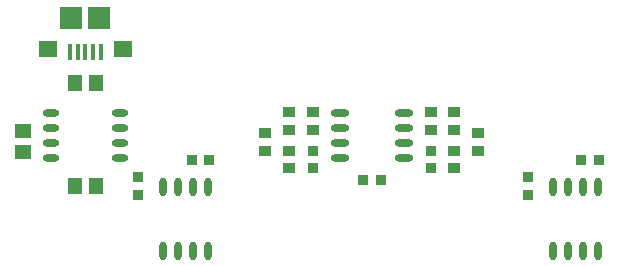
<source format=gbr>
G04 #@! TF.GenerationSoftware,KiCad,Pcbnew,(5.0.0-rc2-204-g01c2d93a8)*
G04 #@! TF.CreationDate,2018-06-27T22:36:21-05:00*
G04 #@! TF.ProjectId,hall-current-probe,68616C6C2D63757272656E742D70726F,rev?*
G04 #@! TF.SameCoordinates,Original*
G04 #@! TF.FileFunction,Paste,Top*
G04 #@! TF.FilePolarity,Positive*
%FSLAX46Y46*%
G04 Gerber Fmt 4.6, Leading zero omitted, Abs format (unit mm)*
G04 Created by KiCad (PCBNEW (5.0.0-rc2-204-g01c2d93a8)) date Wed Jun 27 22:36:21 2018*
%MOMM*%
%LPD*%
G01*
G04 APERTURE LIST*
%ADD10O,1.400000X0.600000*%
%ADD11R,1.600000X1.400000*%
%ADD12R,1.900000X1.900000*%
%ADD13R,0.400000X1.350000*%
%ADD14R,1.150000X1.450000*%
%ADD15O,0.600000X1.550000*%
%ADD16R,0.950000X0.900000*%
%ADD17R,0.900000X0.950000*%
%ADD18R,1.450000X1.150000*%
%ADD19R,1.000000X0.850000*%
%ADD20O,1.550000X0.600000*%
G04 APERTURE END LIST*
D10*
G04 #@! TO.C,U4*
X4100000Y-9595000D03*
X4100000Y-10865000D03*
X4100000Y-12135000D03*
X4100000Y-13405000D03*
X9900000Y-13405000D03*
X9900000Y-12135000D03*
X9900000Y-10865000D03*
X9900000Y-9595000D03*
G04 #@! TD*
D11*
G04 #@! TO.C,J1*
X3800000Y-4150000D03*
X10200000Y-4150000D03*
D12*
X5800000Y-1500000D03*
X8200000Y-1500000D03*
D13*
X5700000Y-4375000D03*
X6350000Y-4375000D03*
X7000000Y-4375000D03*
X7650000Y-4375000D03*
X8300000Y-4375000D03*
G04 #@! TD*
D14*
G04 #@! TO.C,C8*
X7900000Y-7000000D03*
X6100000Y-7000000D03*
G04 #@! TD*
G04 #@! TO.C,C9*
X6100000Y-15750000D03*
X7900000Y-15750000D03*
G04 #@! TD*
D15*
G04 #@! TO.C,U1*
X13595000Y-15800000D03*
X14865000Y-15800000D03*
X16135000Y-15800000D03*
X17405000Y-15800000D03*
X17405000Y-21200000D03*
X16135000Y-21200000D03*
X14865000Y-21200000D03*
X13595000Y-21200000D03*
G04 #@! TD*
G04 #@! TO.C,U2*
X46595000Y-21200000D03*
X47865000Y-21200000D03*
X49135000Y-21200000D03*
X50405000Y-21200000D03*
X50405000Y-15800000D03*
X49135000Y-15800000D03*
X47865000Y-15800000D03*
X46595000Y-15800000D03*
G04 #@! TD*
D16*
G04 #@! TO.C,C1*
X26250000Y-12750000D03*
X26250000Y-14250000D03*
G04 #@! TD*
D17*
G04 #@! TO.C,C6*
X50500000Y-13500000D03*
X49000000Y-13500000D03*
G04 #@! TD*
G04 #@! TO.C,C10*
X30500000Y-15250000D03*
X32000000Y-15250000D03*
G04 #@! TD*
D16*
G04 #@! TO.C,C5*
X44500000Y-15000000D03*
X44500000Y-16500000D03*
G04 #@! TD*
G04 #@! TO.C,C4*
X36250000Y-12750000D03*
X36250000Y-14250000D03*
G04 #@! TD*
D17*
G04 #@! TO.C,C3*
X17500000Y-13500000D03*
X16000000Y-13500000D03*
G04 #@! TD*
D16*
G04 #@! TO.C,C2*
X11500000Y-16500000D03*
X11500000Y-15000000D03*
G04 #@! TD*
D18*
G04 #@! TO.C,C7*
X1750000Y-11100000D03*
X1750000Y-12900000D03*
G04 #@! TD*
D19*
G04 #@! TO.C,R8*
X36250000Y-11000000D03*
X36250000Y-9500000D03*
G04 #@! TD*
G04 #@! TO.C,R7*
X38250000Y-11000000D03*
X38250000Y-9500000D03*
G04 #@! TD*
G04 #@! TO.C,R6*
X40250000Y-11250000D03*
X40250000Y-12750000D03*
G04 #@! TD*
G04 #@! TO.C,R5*
X38250000Y-12750000D03*
X38250000Y-14250000D03*
G04 #@! TD*
G04 #@! TO.C,R4*
X26250000Y-11000000D03*
X26250000Y-9500000D03*
G04 #@! TD*
G04 #@! TO.C,R3*
X24250000Y-9500000D03*
X24250000Y-11000000D03*
G04 #@! TD*
G04 #@! TO.C,R2*
X22250000Y-11250000D03*
X22250000Y-12750000D03*
G04 #@! TD*
G04 #@! TO.C,R1*
X24250000Y-12750000D03*
X24250000Y-14250000D03*
G04 #@! TD*
D20*
G04 #@! TO.C,U3*
X28550000Y-9595000D03*
X28550000Y-10865000D03*
X28550000Y-12135000D03*
X28550000Y-13405000D03*
X33950000Y-13405000D03*
X33950000Y-12135000D03*
X33950000Y-10865000D03*
X33950000Y-9595000D03*
G04 #@! TD*
M02*

</source>
